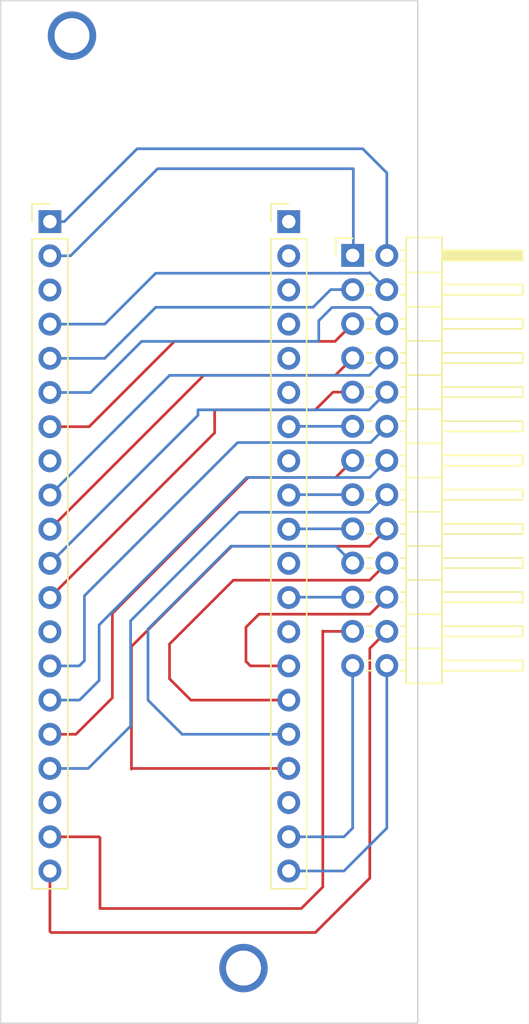
<source format=kicad_pcb>
(kicad_pcb (version 20211014) (generator pcbnew)
  (layers (0 "F.Cu" signal) (31 "B.Cu" signal) (34 "B.Paste" user) (35 "F.Paste" user) (36 "B.SilkS" user "B.Silkscreen") (37 "F.SilkS" user "F.Silkscreen") (38 "B.Mask" user) (39 "F.Mask" user) (44 "Edge.Cuts" user))
  (net 0 "")
  (footprint "Connector_PinHeader_2.54mm:PinHeader_1x20_P2.54mm_Vertical" (layer "F.Cu") (at 163.201615 66.374709)
    (fp_text reference "REF**" hide)
    (fp_text value "Pico 21-40")
    (fp_line (start -1.33 1.27) (end -1.33 49.59) (layer "F.SilkS") (width 0.12))
    (fp_line (start -1.33 1.27) (end 1.33 1.27) (layer "F.SilkS") (width 0.12))
    (fp_line (start -1.33 49.59) (end 1.33 49.59) (layer "F.SilkS") (width 0.12))
    (fp_line (start 1.33 1.27) (end 1.33 49.59) (layer "F.SilkS") (width 0.12))
    (fp_line (start -1.33 0) (end -1.33 -1.33) (layer "F.SilkS") (width 0.12))
    (fp_line (start -1.33 -1.33) (end 0 -1.33) (layer "F.SilkS") (width 0.12))
    (pad "21" thru_hole oval (at 0 48.26) (size 1.7 1.7) (drill 1) (layers *.Cu *.Mask))
    (pad "22" thru_hole oval (at 0 45.72) (size 1.7 1.7) (drill 1) (layers *.Cu *.Mask))
    (pad "23" thru_hole oval (at 0 43.18) (size 1.7 1.7) (drill 1) (layers *.Cu *.Mask))
    (pad "24" thru_hole oval (at 0 40.64) (size 1.7 1.7) (drill 1) (layers *.Cu *.Mask))
    (pad "25" thru_hole oval (at 0 38.1) (size 1.7 1.7) (drill 1) (layers *.Cu *.Mask))
    (pad "26" thru_hole oval (at 0 35.56) (size 1.7 1.7) (drill 1) (layers *.Cu *.Mask))
    (pad "27" thru_hole oval (at 0 33.02) (size 1.7 1.7) (drill 1) (layers *.Cu *.Mask))
    (pad "28" thru_hole oval (at 0 30.48) (size 1.7 1.7) (drill 1) (layers *.Cu *.Mask))
    (pad "29" thru_hole oval (at 0 27.94) (size 1.7 1.7) (drill 1) (layers *.Cu *.Mask))
    (pad "30" thru_hole oval (at 0 25.4) (size 1.7 1.7) (drill 1) (layers *.Cu *.Mask))
    (pad "31" thru_hole oval (at 0 22.86) (size 1.7 1.7) (drill 1) (layers *.Cu *.Mask))
    (pad "32" thru_hole oval (at 0 20.32) (size 1.7 1.7) (drill 1) (layers *.Cu *.Mask))
    (pad "33" thru_hole oval (at 0 17.78) (size 1.7 1.7) (drill 1) (layers *.Cu *.Mask))
    (pad "34" thru_hole oval (at 0 15.24) (size 1.7 1.7) (drill 1) (layers *.Cu *.Mask))
    (pad "35" thru_hole oval (at 0 12.7) (size 1.7 1.7) (drill 1) (layers *.Cu *.Mask))
    (pad "36" thru_hole oval (at 0 10.16) (size 1.7 1.7) (drill 1) (layers *.Cu *.Mask))
    (pad "37" thru_hole oval (at 0 7.62) (size 1.7 1.7) (drill 1) (layers *.Cu *.Mask))
    (pad "38" thru_hole oval (at 0 5.08) (size 1.7 1.7) (drill 1) (layers *.Cu *.Mask))
    (pad "39" thru_hole oval (at 0 2.54) (size 1.7 1.7) (drill 1) (layers *.Cu *.Mask))
    (pad "40" thru_hole rect (at 0 0) (size 1.7 1.7) (drill 1) (layers *.Cu *.Mask))
  )
  (footprint "Connector_PinHeader_2.54mm:PinHeader_1x20_P2.54mm_Vertical" (layer "F.Cu") (at 145.449159 66.374709)
    (fp_text reference "REF**" hide)
    (fp_text value "Pico 1-20")
    (fp_line (start -1.33 1.27) (end 1.33 1.27) (layer "F.SilkS") (width 0.12))
    (fp_line (start 1.33 1.27) (end 1.33 49.59) (layer "F.SilkS") (width 0.12))
    (fp_line (start -1.33 0) (end -1.33 -1.33) (layer "F.SilkS") (width 0.12))
    (fp_line (start -1.33 1.27) (end -1.33 49.59) (layer "F.SilkS") (width 0.12))
    (fp_line (start -1.33 49.59) (end 1.33 49.59) (layer "F.SilkS") (width 0.12))
    (fp_line (start -1.33 -1.33) (end 0 -1.33) (layer "F.SilkS") (width 0.12))
    (pad "1" thru_hole rect (at 0 0) (size 1.7 1.7) (drill 1) (layers *.Cu *.Mask))
    (pad "2" thru_hole oval (at 0 2.54) (size 1.7 1.7) (drill 1) (layers *.Cu *.Mask))
    (pad "3" thru_hole oval (at 0 5.08) (size 1.7 1.7) (drill 1) (layers *.Cu *.Mask))
    (pad "4" thru_hole oval (at 0 7.62) (size 1.7 1.7) (drill 1) (layers *.Cu *.Mask))
    (pad "5" thru_hole oval (at 0 10.16) (size 1.7 1.7) (drill 1) (layers *.Cu *.Mask))
    (pad "6" thru_hole oval (at 0 12.7) (size 1.7 1.7) (drill 1) (layers *.Cu *.Mask))
    (pad "7" thru_hole oval (at 0 15.24) (size 1.7 1.7) (drill 1) (layers *.Cu *.Mask))
    (pad "8" thru_hole oval (at 0 17.78) (size 1.7 1.7) (drill 1) (layers *.Cu *.Mask))
    (pad "9" thru_hole oval (at 0 20.32) (size 1.7 1.7) (drill 1) (layers *.Cu *.Mask))
    (pad "10" thru_hole oval (at 0 22.86) (size 1.7 1.7) (drill 1) (layers *.Cu *.Mask))
    (pad "11" thru_hole oval (at 0 25.4) (size 1.7 1.7) (drill 1) (layers *.Cu *.Mask))
    (pad "12" thru_hole oval (at 0 27.94) (size 1.7 1.7) (drill 1) (layers *.Cu *.Mask))
    (pad "13" thru_hole oval (at 0 30.48) (size 1.7 1.7) (drill 1) (layers *.Cu *.Mask))
    (pad "14" thru_hole oval (at 0 33.02) (size 1.7 1.7) (drill 1) (layers *.Cu *.Mask))
    (pad "15" thru_hole oval (at 0 35.56) (size 1.7 1.7) (drill 1) (layers *.Cu *.Mask))
    (pad "16" thru_hole oval (at 0 38.1) (size 1.7 1.7) (drill 1) (layers *.Cu *.Mask))
    (pad "17" thru_hole oval (at 0 40.64) (size 1.7 1.7) (drill 1) (layers *.Cu *.Mask))
    (pad "18" thru_hole oval (at 0 43.18) (size 1.7 1.7) (drill 1) (layers *.Cu *.Mask))
    (pad "19" thru_hole oval (at 0 45.72) (size 1.7 1.7) (drill 1) (layers *.Cu *.Mask))
    (pad "20" thru_hole oval (at 0 48.26) (size 1.7 1.7) (drill 1) (layers *.Cu *.Mask))
  )
  (footprint "Connector_PinHeader_2.54mm:PinHeader_2x13_P2.54mm_Horizontal" (layer "F.Cu") (at 167.951355 68.887306)
    (fp_text reference "REF**" hide)
    (fp_text value "Kb Iface")
    (fp_line (start 12.64 17.4) (end 12.64 18.16) (layer "F.SilkS") (width 0.12))
    (fp_line (start 12.64 9.78) (end 12.64 10.54) (layer "F.SilkS") (width 0.12))
    (fp_line (start 1.042929 19.94) (end 1.497071 19.94) (layer "F.SilkS") (width 0.12))
    (fp_line (start 12.64 22.48) (end 12.64 23.24) (layer "F.SilkS") (width 0.12))
    (fp_line (start 1.042929 14.86) (end 1.497071 14.86) (layer "F.SilkS") (width 0.12))
    (fp_line (start 12.64 23.24) (end 6.64 23.24) (layer "F.SilkS") (width 0.12))
    (fp_line (start 3.582929 8) (end 3.98 8) (layer "F.SilkS") (width 0.12))
    (fp_line (start 3.98 13.97) (end 6.64 13.97) (layer "F.SilkS") (width 0.12))
    (fp_line (start -1.27 -1.27) (end 0 -1.27) (layer "F.SilkS") (width 0.12))
    (fp_line (start 1.042929 12.32) (end 1.497071 12.32) (layer "F.SilkS") (width 0.12))
    (fp_line (start 12.64 19.94) (end 12.64 20.7) (layer "F.SilkS") (width 0.12))
    (fp_line (start 12.64 20.7) (end 6.64 20.7) (layer "F.SilkS") (width 0.12))
    (fp_line (start 12.64 14.86) (end 12.64 15.62) (layer "F.SilkS") (width 0.12))
    (fp_line (start 1.042929 2.16) (end 1.497071 2.16) (layer "F.SilkS") (width 0.12))
    (fp_line (start 12.64 4.7) (end 12.64 5.46) (layer "F.SilkS") (width 0.12))
    (fp_line (start 3.582929 -0.38) (end 3.98 -0.38) (layer "F.SilkS") (width 0.12))
    (fp_line (start 1.042929 25.02) (end 1.497071 25.02) (layer "F.SilkS") (width 0.12))
    (fp_line (start 3.98 19.05) (end 6.64 19.05) (layer "F.SilkS") (width 0.12))
    (fp_line (start 3.582929 0.38) (end 3.98 0.38) (layer "F.SilkS") (width 0.12))
    (fp_line (start 1.11 -0.38) (end 1.497071 -0.38) (layer "F.SilkS") (width 0.12))
    (fp_line (start 6.64 2.16) (end 12.64 2.16) (layer "F.SilkS") (width 0.12))
    (fp_line (start 6.64 4.7) (end 12.64 4.7) (layer "F.SilkS") (width 0.12))
    (fp_line (start 1.042929 30.1) (end 1.497071 30.1) (layer "F.SilkS") (width 0.12))
    (fp_line (start 6.64 25.02) (end 12.64 25.02) (layer "F.SilkS") (width 0.12))
    (fp_line (start 3.98 21.59) (end 6.64 21.59) (layer "F.SilkS") (width 0.12))
    (fp_line (start 1.042929 7.24) (end 1.497071 7.24) (layer "F.SilkS") (width 0.12))
    (fp_line (start 3.582929 27.56) (end 3.98 27.56) (layer "F.SilkS") (width 0.12))
    (fp_line (start 6.64 17.4) (end 12.64 17.4) (layer "F.SilkS") (width 0.12))
    (fp_line (start 3.582929 15.62) (end 3.98 15.62) (layer "F.SilkS") (width 0.12))
    (fp_line (start 12.64 12.32) (end 12.64 13.08) (layer "F.SilkS") (width 0.12))
    (fp_line (start 3.582929 17.4) (end 3.98 17.4) (layer "F.SilkS") (width 0.12))
    (fp_line (start 3.582929 9.78) (end 3.98 9.78) (layer "F.SilkS") (width 0.12))
    (fp_line (start 12.64 15.62) (end 6.64 15.62) (layer "F.SilkS") (width 0.12))
    (fp_line (start 6.64 -0.32) (end 12.64 -0.32) (layer "F.SilkS") (width 0.12))
    (fp_line (start 3.582929 14.86) (end 3.98 14.86) (layer "F.SilkS") (width 0.12))
    (fp_line (start 6.64 14.86) (end 12.64 14.86) (layer "F.SilkS") (width 0.12))
    (fp_line (start 3.582929 30.86) (end 3.98 30.86) (layer "F.SilkS") (width 0.12))
    (fp_line (start 3.582929 28.32) (end 3.98 28.32) (layer "F.SilkS") (width 0.12))
    (fp_line (start 3.582929 18.16) (end 3.98 18.16) (layer "F.SilkS") (width 0.12))
    (fp_line (start 3.582929 2.16) (end 3.98 2.16) (layer "F.SilkS") (width 0.12))
    (fp_line (start 1.042929 25.78) (end 1.497071 25.78) (layer "F.SilkS") (width 0.12))
    (fp_line (start 6.64 -1.33) (end 3.98 -1.33) (layer "F.SilkS") (width 0.12))
    (fp_line (start 1.042929 8) (end 1.497071 8) (layer "F.SilkS") (width 0.12))
    (fp_line (start 12.64 25.02) (end 12.64 25.78) (layer "F.SilkS") (width 0.12))
    (fp_line (start 1.042929 17.4) (end 1.497071 17.4) (layer "F.SilkS") (width 0.12))
    (fp_line (start 6.64 31.81) (end 6.64 -1.33) (layer "F.SilkS") (width 0.12))
    (fp_line (start 3.582929 23.24) (end 3.98 23.24) (layer "F.SilkS") (width 0.12))
    (fp_line (start 12.64 0.38) (end 6.64 0.38) (layer "F.SilkS") (width 0.12))
    (fp_line (start 12.64 25.78) (end 6.64 25.78) (layer "F.SilkS") (width 0.12))
    (fp_line (start 12.64 18.16) (end 6.64 18.16) (layer "F.SilkS") (width 0.12))
    (fp_line (start 12.64 30.1) (end 12.64 30.86) (layer "F.SilkS") (width 0.12))
    (fp_line (start 3.582929 4.7) (end 3.98 4.7) (layer "F.SilkS") (width 0.12))
    (fp_line (start 12.64 5.46) (end 6.64 5.46) (layer "F.SilkS") (width 0.12))
    (fp_line (start 3.582929 30.1) (end 3.98 30.1) (layer "F.SilkS") (width 0.12))
    (fp_line (start 6.64 0.16) (end 12.64 0.16) (layer "F.SilkS") (width 0.12))
    (fp_line (start 12.64 2.16) (end 12.64 2.92) (layer "F.SilkS") (width 0.12))
    (fp_line (start 3.582929 7.24) (end 3.98 7.24) (layer "F.SilkS") (width 0.12))
    (fp_line (start 1.042929 27.56) (end 1.497071 27.56) (layer "F.SilkS") (width 0.12))
    (fp_line (start 1.042929 23.24) (end 1.497071 23.24) (layer "F.SilkS") (width 0.12))
    (fp_line (start 1.042929 18.16) (end 1.497071 18.16) (layer "F.SilkS") (width 0.12))
    (fp_line (start 3.582929 10.54) (end 3.98 10.54) (layer "F.SilkS") (width 0.12))
    (fp_line (start 6.64 0.04) (end 12.64 0.04) (layer "F.SilkS") (width 0.12))
    (fp_line (start 1.042929 22.48) (end 1.497071 22.48) (layer "F.SilkS") (width 0.12))
    (fp_line (start 3.582929 25.78) (end 3.98 25.78) (layer "F.SilkS") (width 0.12))
    (fp_line (start 3.98 26.67) (end 6.64 26.67) (layer "F.SilkS") (width 0.12))
    (fp_line (start 3.582929 22.48) (end 3.98 22.48) (layer "F.SilkS") (width 0.12))
    (fp_line (start 3.582929 2.92) (end 3.98 2.92) (layer "F.SilkS") (width 0.12))
    (fp_line (start 6.64 0.28) (end 12.64 0.28) (layer "F.SilkS") (width 0.12))
    (fp_line (start 3.582929 20.7) (end 3.98 20.7) (layer "F.SilkS") (width 0.12))
    (fp_line (start 6.64 -0.08) (end 12.64 -0.08) (layer "F.SilkS") (width 0.12))
    (fp_line (start 3.582929 12.32) (end 3.98 12.32) (layer "F.SilkS") (width 0.12))
    (fp_line (start 1.042929 28.32) (end 1.497071 28.32) (layer "F.SilkS") (width 0.12))
    (fp_line (start 3.582929 13.08) (end 3.98 13.08) (layer "F.SilkS") (width 0.12))
    (fp_line (start 12.64 30.86) (end 6.64 30.86) (layer "F.SilkS") (width 0.12))
    (fp_line (start 1.042929 9.78) (end 1.497071 9.78) (layer "F.SilkS") (width 0.12))
    (fp_line (start 6.64 7.24) (end 12.64 7.24) (layer "F.SilkS") (width 0.12))
    (fp_line (start 12.64 -0.38) (end 12.64 0.38) (layer "F.SilkS") (width 0.12))
    (fp_line (start 3.582929 25.02) (end 3.98 25.02) (layer "F.SilkS") (width 0.12))
    (fp_line (start 6.64 12.32) (end 12.64 12.32) (layer "F.SilkS") (width 0.12))
    (fp_line (start 3.98 11.43) (end 6.64 11.43) (layer "F.SilkS") (width 0.12))
    (fp_line (start 12.64 2.92) (end 6.64 2.92) (layer "F.SilkS") (width 0.12))
    (fp_line (start 1.042929 5.46) (end 1.497071 5.46) (layer "F.SilkS") (width 0.12))
    (fp_line (start 6.64 19.94) (end 12.64 19.94) (layer "F.SilkS") (width 0.12))
    (fp_line (start 12.64 27.56) (end 12.64 28.32) (layer "F.SilkS") (width 0.12))
    (fp_line (start 3.98 29.21) (end 6.64 29.21) (layer "F.SilkS") (width 0.12))
    (fp_line (start 6.64 9.78) (end 12.64 9.78) (layer "F.SilkS") (width 0.12))
    (fp_line (start -1.27 0) (end -1.27 -1.27) (layer "F.SilkS") (width 0.12))
    (fp_line (start 1.042929 4.7) (end 1.497071 4.7) (layer "F.SilkS") (width 0.12))
    (fp_line (start 3.582929 19.94) (end 3.98 19.94) (layer "F.SilkS") (width 0.12))
    (fp_line (start 3.98 16.51) (end 6.64 16.51) (layer "F.SilkS") (width 0.12))
    (fp_line (start 3.98 6.35) (end 6.64 6.35) (layer "F.SilkS") (width 0.12))
    (fp_line (start 12.64 10.54) (end 6.64 10.54) (layer "F.SilkS") (width 0.12))
    (fp_line (start 12.64 13.08) (end 6.64 13.08) (layer "F.SilkS") (width 0.12))
    (fp_line (start 3.98 24.13) (end 6.64 24.13) (layer "F.SilkS") (width 0.12))
    (fp_line (start 3.582929 5.46) (end 3.98 5.46) (layer "F.SilkS") (width 0.12))
    (fp_line (start 6.64 27.56) (end 12.64 27.56) (layer "F.SilkS") (width 0.12))
    (fp_line (start 1.11 0.38) (end 1.497071 0.38) (layer "F.SilkS") (width 0.12))
    (fp_line (start 3.98 3.81) (end 6.64 3.81) (layer "F.SilkS") (width 0.12))
    (fp_line (start 12.64 7.24) (end 12.64 8) (layer "F.SilkS") (width 0.12))
    (fp_line (start 3.98 31.81) (end 6.64 31.81) (layer "F.SilkS") (width 0.12))
    (fp_line (start 6.64 -0.2) (end 12.64 -0.2) (layer "F.SilkS") (width 0.12))
    (fp_line (start 6.64 22.48) (end 12.64 22.48) (layer "F.SilkS") (width 0.12))
    (fp_line (start 12.64 8) (end 6.64 8) (layer "F.SilkS") (width 0.12))
    (fp_line (start 1.042929 13.08) (end 1.497071 13.08) (layer "F.SilkS") (width 0.12))
    (fp_line (start 1.042929 10.54) (end 1.497071 10.54) (layer "F.SilkS") (width 0.12))
    (fp_line (start 3.98 8.89) (end 6.64 8.89) (layer "F.SilkS") (width 0.12))
    (fp_line (start 6.64 -0.38) (end 12.64 -0.38) (layer "F.SilkS") (width 0.12))
    (fp_line (start 3.98 -1.33) (end 3.98 31.81) (layer "F.SilkS") (width 0.12))
    (fp_line (start 1.042929 15.62) (end 1.497071 15.62) (layer "F.SilkS") (width 0.12))
    (fp_line (start 1.042929 2.92) (end 1.497071 2.92) (layer "F.SilkS") (width 0.12))
    (fp_line (start 12.64 28.32) (end 6.64 28.32) (layer "F.SilkS") (width 0.12))
    (fp_line (start 3.98 1.27) (end 6.64 1.27) (layer "F.SilkS") (width 0.12))
    (fp_line (start 1.042929 20.7) (end 1.497071 20.7) (layer "F.SilkS") (width 0.12))
    (fp_line (start 6.64 30.1) (end 12.64 30.1) (layer "F.SilkS") (width 0.12))
    (fp_line (start 1.042929 30.86) (end 1.497071 30.86) (layer "F.SilkS") (width 0.12))
    (pad "1" thru_hole rect (at 0 0) (size 1.7 1.7) (drill 1) (layers *.Cu *.Mask))
    (pad "2" thru_hole oval (at 2.54 0) (size 1.7 1.7) (drill 1) (layers *.Cu *.Mask))
    (pad "3" thru_hole oval (at 0 2.54) (size 1.7 1.7) (drill 1) (layers *.Cu *.Mask))
    (pad "4" thru_hole oval (at 2.54 2.54) (size 1.7 1.7) (drill 1) (layers *.Cu *.Mask))
    (pad "5" thru_hole oval (at 0 5.08) (size 1.7 1.7) (drill 1) (layers *.Cu *.Mask))
    (pad "6" thru_hole oval (at 2.54 5.08) (size 1.7 1.7) (drill 1) (layers *.Cu *.Mask))
    (pad "7" thru_hole oval (at 0 7.62) (size 1.7 1.7) (drill 1) (layers *.Cu *.Mask))
    (pad "8" thru_hole oval (at 2.54 7.62) (size 1.7 1.7) (drill 1) (layers *.Cu *.Mask))
    (pad "9" thru_hole oval (at 0 10.16) (size 1.7 1.7) (drill 1) (layers *.Cu *.Mask))
    (pad "10" thru_hole oval (at 2.54 10.16) (size 1.7 1.7) (drill 1) (layers *.Cu *.Mask))
    (pad "11" thru_hole oval (at 0 12.7) (size 1.7 1.7) (drill 1) (layers *.Cu *.Mask))
    (pad "12" thru_hole oval (at 2.54 12.7) (size 1.7 1.7) (drill 1) (layers *.Cu *.Mask))
    (pad "13" thru_hole oval (at 0 15.24) (size 1.7 1.7) (drill 1) (layers *.Cu *.Mask))
    (pad "14" thru_hole oval (at 2.54 15.24) (size 1.7 1.7) (drill 1) (layers *.Cu *.Mask))
    (pad "15" thru_hole oval (at 0 17.78) (size 1.7 1.7) (drill 1) (layers *.Cu *.Mask))
    (pad "16" thru_hole oval (at 2.54 17.78) (size 1.7 1.7) (drill 1) (layers *.Cu *.Mask))
    (pad "17" thru_hole oval (at 0 20.32) (size 1.7 1.7) (drill 1) (layers *.Cu *.Mask))
    (pad "18" thru_hole oval (at 2.54 20.32) (size 1.7 1.7) (drill 1) (layers *.Cu *.Mask))
    (pad "19" thru_hole oval (at 0 22.86) (size 1.7 1.7) (drill 1) (layers *.Cu *.Mask))
    (pad "20" thru_hole oval (at 2.54 22.86) (size 1.7 1.7) (drill 1) (layers *.Cu *.Mask))
    (pad "21" thru_hole oval (at 0 25.4) (size 1.7 1.7) (drill 1) (layers *.Cu *.Mask))
    (pad "22" thru_hole oval (at 2.54 25.4) (size 1.7 1.7) (drill 1) (layers *.Cu *.Mask))
    (pad "23" thru_hole oval (at 0 27.94) (size 1.7 1.7) (drill 1) (layers *.Cu *.Mask))
    (pad "24" thru_hole oval (at 2.54 27.94) (size 1.7 1.7) (drill 1) (layers *.Cu *.Mask))
    (pad "25" thru_hole oval (at 0 30.48) (size 1.7 1.7) (drill 1) (layers *.Cu *.Mask))
    (pad "26" thru_hole oval (at 2.54 30.48) (size 1.7 1.7) (drill 1) (layers *.Cu *.Mask))
  )
  (gr_rect (start 141.789229 49.95359) (end 172.789229 125.95359) (layer "Edge.Cuts") (width 0.1) (fill none))
  (segment (start 170.491355 94.287306) (end 169.229186 95.549475) (width 0.2) (layer "F.Cu") (net 0))
  (segment (start 166.691342 85.387319) (end 160.19336 85.387319) (width 0.2) (layer "F.Cu") (net 0))
  (segment (start 150.092774 101.767965) (end 147.38603 104.474709) (width 0.2) (layer "F.Cu") (net 0))
  (segment (start 150.092774 95.487905) (end 150.092774 101.767965) (width 0.2) (layer "F.Cu") (net 0))
  (segment (start 169.225397 115.162788) (end 165.178311 119.209874) (width 0.2) (layer "F.Cu") (net 0))
  (segment (start 155.923885 101.934709) (end 163.201615 101.934709) (width 0.2) (layer "F.Cu") (net 0))
  (segment (start 154.341049 100.351873) (end 155.923885 101.934709) (width 0.2) (layer "F.Cu") (net 0))
  (segment (start 160.19336 85.387319) (end 150.092774 95.487905) (width 0.2) (layer "F.Cu") (net 0))
  (segment (start 167.951355 79.047306) (end 166.493588 79.047306) (width 0.2) (layer "F.Cu") (net 0))
  (segment (start 157.779294 80.364743) (end 157.693781 80.450256) (width 0.2) (layer "F.Cu") (net 0))
  (segment (start 149.097292 112.094709) (end 145.449159 112.094709) (width 0.2) (layer "F.Cu") (net 0))
  (segment (start 169.197862 90.500799) (end 158.95874 90.500799) (width 0.2) (layer "F.Cu") (net 0))
  (segment (start 167.951355 73.967306) (end 166.643432 75.275229) (width 0.2) (layer "F.Cu") (net 0))
  (segment (start 151.508866 107.062918) (end 151.557075 107.014709) (width 0.2) (layer "F.Cu") (net 0))
  (segment (start 151.508866 97.950673) (end 151.508866 107.062918) (width 0.2) (layer "F.Cu") (net 0))
  (segment (start 165.732434 96.79868) (end 165.732434 115.823568) (width 0.2) (layer "F.Cu") (net 0))
  (segment (start 167.951355 76.507306) (end 166.660658 77.798003) (width 0.2) (layer "F.Cu") (net 0))
  (segment (start 149.170315 112.17319) (end 149.173044 112.170461) (width 0.2) (layer "F.Cu") (net 0))
  (segment (start 170.491355 91.747306) (end 169.213524 93.025137) (width 0.2) (layer "F.Cu") (net 0))
  (segment (start 149.173044 112.170461) (end 149.097292 112.094709) (width 0.2) (layer "F.Cu") (net 0))
  (segment (start 145.449159 119.121301) (end 145.449159 114.634709) (width 0.2) (layer "F.Cu") (net 0))
  (segment (start 156.885865 77.798003) (end 145.449159 89.234709) (width 0.2) (layer "F.Cu") (net 0))
  (segment (start 165.178311 119.209874) (end 145.537732 119.209874) (width 0.2) (layer "F.Cu") (net 0))
  (segment (start 145.537732 119.209874) (end 145.449159 119.121301) (width 0.2) (layer "F.Cu") (net 0))
  (segment (start 148.362856 81.614709) (end 145.449159 81.614709) (width 0.2) (layer "F.Cu") (net 0))
  (segment (start 154.341049 97.765967) (end 154.341049 100.351873) (width 0.2) (layer "F.Cu") (net 0))
  (segment (start 157.693781 82.070087) (end 145.449159 94.314709) (width 0.2) (layer "F.Cu") (net 0))
  (segment (start 167.951355 84.127306) (end 166.691342 85.387319) (width 0.2) (layer "F.Cu") (net 0))
  (segment (start 166.493588 79.047306) (end 165.176151 80.364743) (width 0.2) (layer "F.Cu") (net 0))
  (segment (start 166.660658 77.798003) (end 156.885865 77.798003) (width 0.2) (layer "F.Cu") (net 0))
  (segment (start 169.213524 93.025137) (end 159.081879 93.025137) (width 0.2) (layer "F.Cu") (net 0))
  (segment (start 151.557075 107.014709) (end 163.201615 107.014709) (width 0.2) (layer "F.Cu") (net 0))
  (segment (start 158.95874 90.500799) (end 151.508866 97.950673) (width 0.2) (layer "F.Cu") (net 0))
  (segment (start 165.732434 115.823568) (end 164.131635 117.424367) (width 0.2) (layer "F.Cu") (net 0))
  (segment (start 157.693781 80.450256) (end 157.693781 82.070087) (width 0.2) (layer "F.Cu") (net 0))
  (segment (start 149.170315 117.424367) (end 149.170315 112.17319) (width 0.2) (layer "F.Cu") (net 0))
  (segment (start 169.225397 98.093264) (end 169.225397 115.162788) (width 0.2) (layer "F.Cu") (net 0))
  (segment (start 159.081879 93.025137) (end 154.341049 97.765967) (width 0.2) (layer "F.Cu") (net 0))
  (segment (start 165.76106 96.827306) (end 167.951355 96.827306) (width 0.2) (layer "F.Cu") (net 0))
  (segment (start 160.354709 99.394709) (end 163.201615 99.394709) (width 0.2) (layer "F.Cu") (net 0))
  (segment (start 154.702336 75.275229) (end 148.362856 81.614709) (width 0.2) (layer "F.Cu") (net 0))
  (segment (start 169.229186 95.549475) (end 160.990525 95.549475) (width 0.2) (layer "F.Cu") (net 0))
  (segment (start 147.38603 104.474709) (end 145.449159 104.474709) (width 0.2) (layer "F.Cu") (net 0))
  (segment (start 160.02 99.06) (end 160.354709 99.394709) (width 0.2) (layer "F.Cu") (net 0))
  (segment (start 170.491355 89.207306) (end 169.197862 90.500799) (width 0.2) (layer "F.Cu") (net 0))
  (segment (start 160.02 96.52) (end 160.02 99.06) (width 0.2) (layer "F.Cu") (net 0))
  (segment (start 166.643432 75.275229) (end 154.702336 75.275229) (width 0.2) (layer "F.Cu") (net 0))
  (segment (start 160.990525 95.549475) (end 160.02 96.52) (width 0.2) (layer "F.Cu") (net 0))
  (segment (start 165.732434 96.79868) (end 165.76106 96.827306) (width 0.2) (layer "F.Cu") (net 0))
  (segment (start 164.131635 117.424367) (end 149.170315 117.424367) (width 0.2) (layer "F.Cu") (net 0))
  (segment (start 165.176151 80.364743) (end 157.779294 80.364743) (width 0.2) (layer "F.Cu") (net 0))
  (segment (start 170.491355 96.827306) (end 169.225397 98.093264) (width 0.2) (layer "F.Cu") (net 0))
  (via (at 159.837774 121.852864) (size 3.6) (drill 2.6) (layers "F.Cu" "B.Cu") (net 0))
  (via (at 147.089229 52.55359) (size 3.6) (drill 2.6) (layers "F.Cu" "B.Cu") (net 0))
  (segment (start 169.228107 85.390554) (end 160.066986 85.390554) (width 0.2) (layer "B.Cu") (net 0))
  (segment (start 163.229018 89.207306) (end 163.201615 89.234709) (width 0.2) (layer "B.Cu") (net 0))
  (segment (start 163.229018 94.287306) (end 163.201615 94.314709) (width 0.2) (layer "B.Cu") (net 0))
  (segment (start 170.491355 71.427306) (end 169.229565 70.165516) (width 0.2) (layer "B.Cu") (net 0))
  (segment (start 146.516319 66.374709) (end 145.449159 66.374709) (width 0.2) (layer "B.Cu") (net 0))
  (segment (start 169.185772 70.209309) (end 153.310691 70.209309) (width 0.2) (layer "B.Cu") (net 0))
  (segment (start 156.453846 80.770022) (end 145.449159 91.774709) (width 0.2) (layer "B.Cu") (net 0))
  (segment (start 147.627986 99.394709) (end 145.449159 99.394709) (width 0.2) (layer "B.Cu") (net 0))
  (segment (start 153.310691 70.209309) (end 149.525291 73.994709) (width 0.2) (layer "B.Cu") (net 0))
  (segment (start 167.951355 68.887306) (end 168.002662 68.835999) (width 0.2) (layer "B.Cu") (net 0))
  (segment (start 166.704848 90.500799) (end 158.897171 90.500799) (width 0.2) (layer "B.Cu") (net 0))
  (segment (start 165.009715 72.740197) (end 153.319803 72.740197) (width 0.2) (layer "B.Cu") (net 0))
  (segment (start 159.404847 82.794926) (end 148.014543 94.18523) (width 0.2) (layer "B.Cu") (net 0))
  (segment (start 167.951355 99.367306) (end 167.951355 111.448645) (width 0.2) (layer "B.Cu") (net 0))
  (segment (start 169.229565 70.165516) (end 169.185772 70.209309) (width 0.2) (layer "B.Cu") (net 0))
  (segment (start 170.491355 111.448645) (end 167.305291 114.634709) (width 0.2) (layer "B.Cu") (net 0))
  (segment (start 148.451057 79.074709) (end 145.449159 79.074709) (width 0.2) (layer "B.Cu") (net 0))
  (segment (start 148.458399 79.082051) (end 148.451057 79.074709) (width 0.2) (layer "B.Cu") (net 0))
  (segment (start 165.43269 73.737501) (end 165.43269 75.191218) (width 0.2) (layer "B.Cu") (net 0))
  (segment (start 162.866906 104.14) (end 163.201615 104.474709) (width 0.2) (layer "B.Cu") (net 0))
  (segment (start 151.447296 103.861319) (end 148.293906 107.014709) (width 0.2) (layer "B.Cu") (net 0))
  (segment (start 168.002662 68.835999) (end 168.002662 62.443031) (width 0.2) (layer "B.Cu") (net 0))
  (segment (start 169.228107 85.390554) (end 170.491355 84.127306) (width 0.2) (layer "B.Cu") (net 0))
  (segment (start 151.931028 60.96) (end 146.516319 66.374709) (width 0.2) (layer "B.Cu") (net 0))
  (segment (start 148.014543 99.008152) (end 147.627986 99.394709) (width 0.2) (layer "B.Cu") (net 0))
  (segment (start 169.1822 87.976461) (end 159.512863 87.976461) (width 0.2) (layer "B.Cu") (net 0))
  (segment (start 154.344509 77.799359) (end 145.449159 86.694709) (width 0.2) (layer "B.Cu") (net 0))
  (segment (start 163.229018 81.587306) (end 163.201615 81.614709) (width 0.2) (layer "B.Cu") (net 0))
  (segment (start 151.447296 96.042028) (end 151.447296 103.861319) (width 0.2) (layer "B.Cu") (net 0))
  (segment (start 170.491355 79.047306) (end 169.177466 80.361195) (width 0.2) (layer "B.Cu") (net 0))
  (segment (start 170.491355 76.507306) (end 169.199302 77.799359) (width 0.2) (layer "B.Cu") (net 0))
  (segment (start 152.74025 96.65772) (end 152.74025 101.94025) (width 0.2) (layer "B.Cu") (net 0))
  (segment (start 169.199302 77.799359) (end 154.344509 77.799359) (width 0.2) (layer "B.Cu") (net 0))
  (segment (start 170.491355 68.887306) (end 170.491355 62.751806) (width 0.2) (layer "B.Cu") (net 0))
  (segment (start 167.951355 94.287306) (end 163.229018 94.287306) (width 0.2) (layer "B.Cu") (net 0))
  (segment (start 155.274709 104.474709) (end 163.201615 104.474709) (width 0.2) (layer "B.Cu") (net 0))
  (segment (start 168.699549 60.96) (end 151.931028 60.96) (width 0.2) (layer "B.Cu") (net 0))
  (segment (start 166.416087 72.754104) (end 165.43269 73.737501) (width 0.2) (layer "B.Cu") (net 0))
  (segment (start 170.491355 86.667306) (end 169.1822 87.976461) (width 0.2) (layer "B.Cu") (net 0))
  (segment (start 149.525291 73.994709) (end 145.449159 73.994709) (width 0.2) (layer "B.Cu") (net 0))
  (segment (start 159.512863 87.976461) (end 151.447296 96.042028) (width 0.2) (layer "B.Cu") (net 0))
  (segment (start 153.456969 62.443031) (end 146.985291 68.914709) (width 0.2) (layer "B.Cu") (net 0))
  (segment (start 169.177466 80.361195) (end 156.453846 80.361195) (width 0.2) (layer "B.Cu") (net 0))
  (segment (start 167.951355 86.667306) (end 163.229018 86.667306) (width 0.2) (layer "B.Cu") (net 0))
  (segment (start 169.283735 82.794926) (end 159.404847 82.794926) (width 0.2) (layer "B.Cu") (net 0))
  (segment (start 163.229018 86.667306) (end 163.201615 86.694709) (width 0.2) (layer "B.Cu") (net 0))
  (segment (start 166.322606 71.427306) (end 165.009715 72.740197) (width 0.2) (layer "B.Cu") (net 0))
  (segment (start 167.305291 114.634709) (end 163.201615 114.634709) (width 0.2) (layer "B.Cu") (net 0))
  (segment (start 170.491355 99.367306) (end 170.491355 111.448645) (width 0.2) (layer "B.Cu") (net 0))
  (segment (start 149.107666 96.349874) (end 149.107666 100.475012) (width 0.2) (layer "B.Cu") (net 0))
  (segment (start 170.491355 62.751806) (end 168.699549 60.96) (width 0.2) (layer "B.Cu") (net 0))
  (segment (start 152.74025 101.94025) (end 155.274709 104.474709) (width 0.2) (layer "B.Cu") (net 0))
  (segment (start 149.107666 100.475012) (end 147.647969 101.934709) (width 0.2) (layer "B.Cu") (net 0))
  (segment (start 169.278153 72.754104) (end 166.416087 72.754104) (width 0.2) (layer "B.Cu") (net 0))
  (segment (start 147.647969 101.934709) (end 145.449159 101.934709) (width 0.2) (layer "B.Cu") (net 0))
  (segment (start 170.491355 73.967306) (end 169.278153 72.754104) (width 0.2) (layer "B.Cu") (net 0))
  (segment (start 153.319803 72.740197) (end 149.525291 76.534709) (width 0.2) (layer "B.Cu") (net 0))
  (segment (start 165.347177 75.276731) (end 152.263719 75.276731) (width 0.2) (layer "B.Cu") (net 0))
  (segment (start 167.305291 112.094709) (end 163.201615 112.094709) (width 0.2) (layer "B.Cu") (net 0))
  (segment (start 148.293906 107.014709) (end 145.449159 107.014709) (width 0.2) (layer "B.Cu") (net 0))
  (segment (start 152.263719 75.276731) (end 148.458399 79.082051) (width 0.2) (layer "B.Cu") (net 0))
  (segment (start 146.985291 68.914709) (end 145.449159 68.914709) (width 0.2) (layer "B.Cu") (net 0))
  (segment (start 170.491355 81.587306) (end 169.283735 82.794926) (width 0.2) (layer "B.Cu") (net 0))
  (segment (start 148.014543 94.18523) (end 148.014543 99.008152) (width 0.2) (layer "B.Cu") (net 0))
  (segment (start 167.951355 71.427306) (end 166.322606 71.427306) (width 0.2) (layer "B.Cu") (net 0))
  (segment (start 167.951355 81.587306) (end 163.229018 81.587306) (width 0.2) (layer "B.Cu") (net 0))
  (segment (start 165.43269 75.191218) (end 165.347177 75.276731) (width 0.2) (layer "B.Cu") (net 0))
  (segment (start 158.897171 90.500799) (end 152.74025 96.65772) (width 0.2) (layer "B.Cu") (net 0))
  (segment (start 160.066986 85.390554) (end 149.107666 96.349874) (width 0.2) (layer "B.Cu") (net 0))
  (segment (start 167.951355 89.207306) (end 163.229018 89.207306) (width 0.2) (layer "B.Cu") (net 0))
  (segment (start 167.951355 91.747306) (end 166.704848 90.500799) (width 0.2) (layer "B.Cu") (net 0))
  (segment (start 168.002662 62.443031) (end 153.456969 62.443031) (width 0.2) (layer "B.Cu") (net 0))
  (segment (start 149.525291 76.534709) (end 145.449159 76.534709) (width 0.2) (layer "B.Cu") (net 0))
  (segment (start 156.453846 80.361195) (end 156.453846 80.770022) (width 0.2) (layer "B.Cu") (net 0))
  (segment (start 167.951355 111.448645) (end 167.305291 112.094709) (width 0.2) (layer "B.Cu") (net 0))
)
</source>
